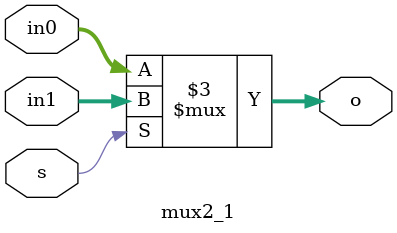
<source format=v>
module mux2_1 #(
  parameter w = 18
)(
  input [w-1:0] in0, in1,
  input s,
  output reg [w-1:0] o);
  
  always @(*) begin
    if(s) o = in1;
    else o = in0;
    end
  endmodule
</source>
